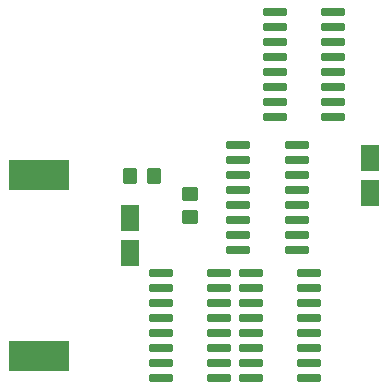
<source format=gbr>
%TF.GenerationSoftware,KiCad,Pcbnew,7.0.9*%
%TF.CreationDate,2023-12-30T23:58:47+01:00*%
%TF.ProjectId,Counter,436f756e-7465-4722-9e6b-696361645f70,rev?*%
%TF.SameCoordinates,Original*%
%TF.FileFunction,Paste,Bot*%
%TF.FilePolarity,Positive*%
%FSLAX46Y46*%
G04 Gerber Fmt 4.6, Leading zero omitted, Abs format (unit mm)*
G04 Created by KiCad (PCBNEW 7.0.9) date 2023-12-30 23:58:47*
%MOMM*%
%LPD*%
G01*
G04 APERTURE LIST*
G04 Aperture macros list*
%AMRoundRect*
0 Rectangle with rounded corners*
0 $1 Rounding radius*
0 $2 $3 $4 $5 $6 $7 $8 $9 X,Y pos of 4 corners*
0 Add a 4 corners polygon primitive as box body*
4,1,4,$2,$3,$4,$5,$6,$7,$8,$9,$2,$3,0*
0 Add four circle primitives for the rounded corners*
1,1,$1+$1,$2,$3*
1,1,$1+$1,$4,$5*
1,1,$1+$1,$6,$7*
1,1,$1+$1,$8,$9*
0 Add four rect primitives between the rounded corners*
20,1,$1+$1,$2,$3,$4,$5,0*
20,1,$1+$1,$4,$5,$6,$7,0*
20,1,$1+$1,$6,$7,$8,$9,0*
20,1,$1+$1,$8,$9,$2,$3,0*%
G04 Aperture macros list end*
%ADD10R,1.600000X2.200000*%
%ADD11RoundRect,0.042000X0.943000X0.258000X-0.943000X0.258000X-0.943000X-0.258000X0.943000X-0.258000X0*%
%ADD12RoundRect,0.250000X-0.350000X-0.450000X0.350000X-0.450000X0.350000X0.450000X-0.350000X0.450000X0*%
%ADD13R,5.100000X2.500000*%
%ADD14RoundRect,0.250000X-0.450000X0.350000X-0.450000X-0.350000X0.450000X-0.350000X0.450000X0.350000X0*%
G04 APERTURE END LIST*
D10*
%TO.C,C1*%
X119380000Y-110260000D03*
X119380000Y-113260000D03*
%TD*%
D11*
%TO.C,U6*%
X133510994Y-104055735D03*
X133510994Y-105325735D03*
X133510994Y-106595735D03*
X133510994Y-107865735D03*
X133510994Y-109135735D03*
X133510994Y-110405735D03*
X133510994Y-111675735D03*
X133510994Y-112945735D03*
X128560994Y-112945735D03*
X128560994Y-111675735D03*
X128560994Y-110405735D03*
X128560994Y-109135735D03*
X128560994Y-107865735D03*
X128560994Y-106595735D03*
X128560994Y-105325735D03*
X128560994Y-104055735D03*
%TD*%
D12*
%TO.C,R2*%
X119380000Y-106680000D03*
X121380000Y-106680000D03*
%TD*%
D11*
%TO.C,U7*%
X136574297Y-92841896D03*
X136574297Y-94111896D03*
X136574297Y-95381896D03*
X136574297Y-96651896D03*
X136574297Y-97921896D03*
X136574297Y-99191896D03*
X136574297Y-100461896D03*
X136574297Y-101731896D03*
X131624297Y-101731896D03*
X131624297Y-100461896D03*
X131624297Y-99191896D03*
X131624297Y-97921896D03*
X131624297Y-96651896D03*
X131624297Y-95381896D03*
X131624297Y-94111896D03*
X131624297Y-92841896D03*
%TD*%
%TO.C,U1*%
X126935000Y-114935000D03*
X126935000Y-116205000D03*
X126935000Y-117475000D03*
X126935000Y-118745000D03*
X126935000Y-120015000D03*
X126935000Y-121285000D03*
X126935000Y-122555000D03*
X126935000Y-123825000D03*
X121985000Y-123825000D03*
X121985000Y-122555000D03*
X121985000Y-121285000D03*
X121985000Y-120015000D03*
X121985000Y-118745000D03*
X121985000Y-117475000D03*
X121985000Y-116205000D03*
X121985000Y-114935000D03*
%TD*%
D13*
%TO.C,BT1*%
X111710000Y-106650000D03*
X111710000Y-121950000D03*
%TD*%
D14*
%TO.C,R1*%
X124460000Y-108220000D03*
X124460000Y-110220000D03*
%TD*%
D10*
%TO.C,C2*%
X139700000Y-105180000D03*
X139700000Y-108180000D03*
%TD*%
D11*
%TO.C,U2*%
X134555000Y-114935000D03*
X134555000Y-116205000D03*
X134555000Y-117475000D03*
X134555000Y-118745000D03*
X134555000Y-120015000D03*
X134555000Y-121285000D03*
X134555000Y-122555000D03*
X134555000Y-123825000D03*
X129605000Y-123825000D03*
X129605000Y-122555000D03*
X129605000Y-121285000D03*
X129605000Y-120015000D03*
X129605000Y-118745000D03*
X129605000Y-117475000D03*
X129605000Y-116205000D03*
X129605000Y-114935000D03*
%TD*%
M02*

</source>
